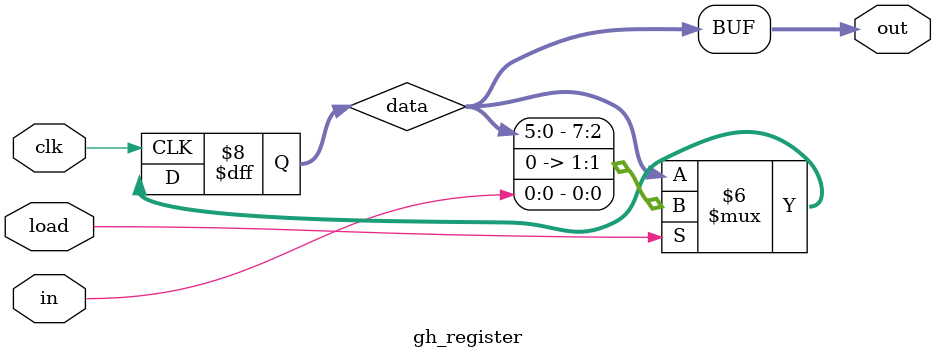
<source format=sv>
module gh_register
(
    input clk,
    input load,
    input logic in,
    output logic [7:0] out
);

logic [7:0] data = 8'b0;

always_ff @(posedge clk)
begin
    if (load)
    begin
		  
        data = {data << 1, in}; //latest branch takes the LSB
    end
end

always_comb
begin
    out = data;
end

endmodule : gh_register

</source>
